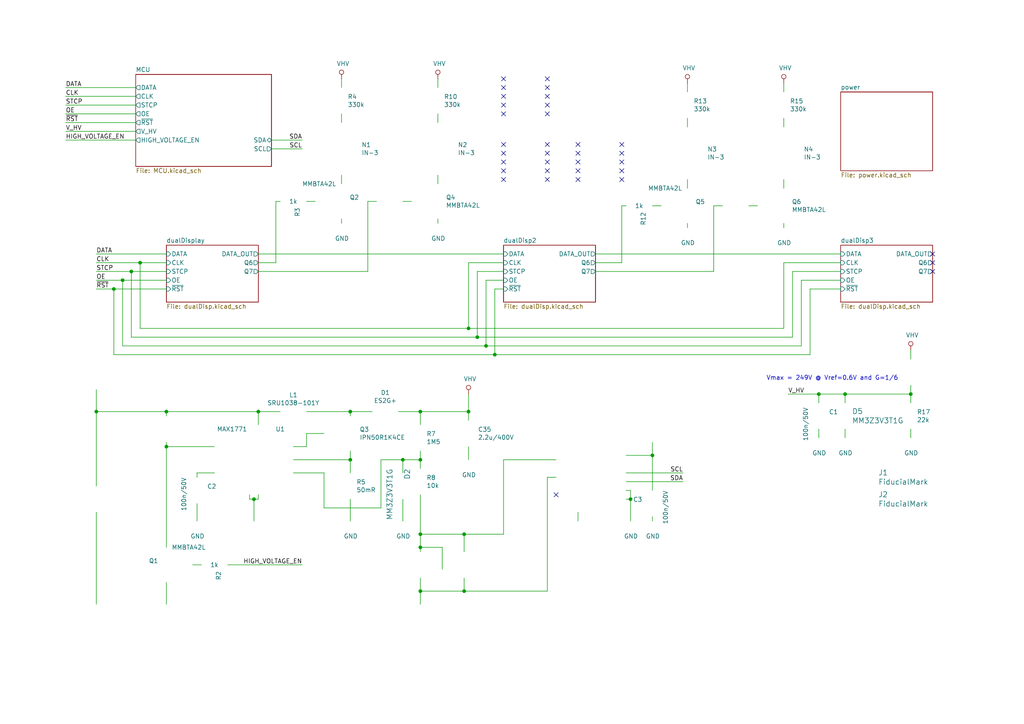
<source format=kicad_sch>
(kicad_sch (version 20210126) (generator eeschema)
  (paper "A4")
  (title_block (title "Noyce Joyce - Nixie Clock") (date "2020-08-21") (rev "100A") (company "Designed by Najtvis") (comment 4 "6x nixie tubes statically driven with adjustable anode voltage"))
  (lib_symbols
    (symbol "nixie_clock-rescue:VHV-power-nixie_clock-rescue" (power) (pin_names (offset 0))
      (property "Value" "VHV-power-nixie_clock-rescue" (at 0 3.81 0))
      (symbol "VHV-power-nixie_clock-rescue_0_1"
        (circle (center 0 1.905) (radius 0.635))
        (polyline (pts (xy 0 0) (xy 0 1.27)))
      )
      (symbol "VHV-power-nixie_clock-rescue_1_1"
        (pin power_in line (at 0 0 90) (length 0) hide (name "VHV") (number "1"))
      )
    )
  )
  (junction (at 27.94 119.38) (diameter 0.9144))
  (junction (at 33.02 83.82) (diameter 0.9144))
  (junction (at 35.56 81.28) (diameter 0.9144))
  (junction (at 38.1 78.74) (diameter 0.9144))
  (junction (at 40.64 76.2) (diameter 0.9144))
  (junction (at 48.26 119.38) (diameter 0.9144))
  (junction (at 48.26 129.54) (diameter 0.9144))
  (junction (at 73.66 144.78) (diameter 0.9144))
  (junction (at 74.93 119.38) (diameter 0.9144))
  (junction (at 101.6 119.38) (diameter 0.9144))
  (junction (at 101.6 133.35) (diameter 0.9144))
  (junction (at 116.84 133.35) (diameter 0.9144))
  (junction (at 121.92 119.38) (diameter 0.9144))
  (junction (at 121.92 133.35) (diameter 0.9144))
  (junction (at 121.92 154.94) (diameter 0.9144))
  (junction (at 121.92 158.75) (diameter 0.9144))
  (junction (at 121.92 171.45) (diameter 0.9144))
  (junction (at 134.62 154.94) (diameter 0.9144))
  (junction (at 134.62 171.45) (diameter 0.9144))
  (junction (at 135.89 95.25) (diameter 0.9144))
  (junction (at 135.89 119.38) (diameter 0.9144))
  (junction (at 138.43 97.79) (diameter 0.9144))
  (junction (at 140.97 100.33) (diameter 0.9144))
  (junction (at 143.51 102.87) (diameter 0.9144))
  (junction (at 182.88 144.78) (diameter 0.9144))
  (junction (at 189.23 132.08) (diameter 0.9144))
  (junction (at 237.49 114.3) (diameter 0.9144))
  (junction (at 245.11 114.3) (diameter 0.9144))
  (junction (at 264.16 114.3) (diameter 0.9144))
  (no_connect (at 146.05 22.86))
  (no_connect (at 146.05 25.4))
  (no_connect (at 146.05 27.94))
  (no_connect (at 146.05 30.48))
  (no_connect (at 146.05 33.02))
  (no_connect (at 146.05 41.91))
  (no_connect (at 146.05 44.45))
  (no_connect (at 146.05 46.99))
  (no_connect (at 146.05 49.53))
  (no_connect (at 146.05 52.07))
  (no_connect (at 158.75 22.86))
  (no_connect (at 158.75 25.4))
  (no_connect (at 158.75 27.94))
  (no_connect (at 158.75 30.48))
  (no_connect (at 158.75 33.02))
  (no_connect (at 158.75 41.91))
  (no_connect (at 158.75 44.45))
  (no_connect (at 158.75 46.99))
  (no_connect (at 158.75 49.53))
  (no_connect (at 158.75 52.07))
  (no_connect (at 161.29 143.51))
  (no_connect (at 167.64 41.91))
  (no_connect (at 167.64 44.45))
  (no_connect (at 167.64 46.99))
  (no_connect (at 167.64 49.53))
  (no_connect (at 167.64 52.07))
  (no_connect (at 180.34 41.91))
  (no_connect (at 180.34 44.45))
  (no_connect (at 180.34 46.99))
  (no_connect (at 180.34 49.53))
  (no_connect (at 180.34 52.07))
  (no_connect (at 270.51 73.66))
  (no_connect (at 270.51 76.2))
  (no_connect (at 270.51 78.74))
  (wire (pts (xy 19.05 25.4) (xy 39.37 25.4)))
  (wire (pts (xy 19.05 27.94) (xy 39.37 27.94)))
  (wire (pts (xy 19.05 30.48) (xy 39.37 30.48)))
  (wire (pts (xy 19.05 33.02) (xy 39.37 33.02)))
  (wire (pts (xy 19.05 35.56) (xy 39.37 35.56)))
  (wire (pts (xy 19.05 38.1) (xy 39.37 38.1)))
  (wire (pts (xy 19.05 40.64) (xy 39.37 40.64)))
  (wire (pts (xy 27.94 73.66) (xy 48.26 73.66)))
  (wire (pts (xy 27.94 76.2) (xy 40.64 76.2)))
  (wire (pts (xy 27.94 78.74) (xy 38.1 78.74)))
  (wire (pts (xy 27.94 81.28) (xy 35.56 81.28)))
  (wire (pts (xy 27.94 83.82) (xy 33.02 83.82)))
  (wire (pts (xy 27.94 119.38) (xy 27.94 113.03)))
  (wire (pts (xy 27.94 119.38) (xy 27.94 140.97)))
  (wire (pts (xy 27.94 148.59) (xy 27.94 175.26)))
  (wire (pts (xy 33.02 83.82) (xy 48.26 83.82)))
  (wire (pts (xy 33.02 102.87) (xy 33.02 83.82)))
  (wire (pts (xy 35.56 81.28) (xy 35.56 100.33)))
  (wire (pts (xy 35.56 81.28) (xy 48.26 81.28)))
  (wire (pts (xy 35.56 100.33) (xy 140.97 100.33)))
  (wire (pts (xy 38.1 78.74) (xy 48.26 78.74)))
  (wire (pts (xy 38.1 97.79) (xy 38.1 78.74)))
  (wire (pts (xy 40.64 76.2) (xy 40.64 95.25)))
  (wire (pts (xy 40.64 76.2) (xy 48.26 76.2)))
  (wire (pts (xy 40.64 95.25) (xy 135.89 95.25)))
  (wire (pts (xy 48.26 119.38) (xy 27.94 119.38)))
  (wire (pts (xy 48.26 120.65) (xy 48.26 119.38)))
  (wire (pts (xy 48.26 128.27) (xy 48.26 129.54)))
  (wire (pts (xy 48.26 129.54) (xy 48.26 158.75)))
  (wire (pts (xy 48.26 175.26) (xy 48.26 168.91)))
  (wire (pts (xy 55.88 163.83) (xy 58.42 163.83)))
  (wire (pts (xy 57.15 137.16) (xy 57.15 138.43)))
  (wire (pts (xy 57.15 146.05) (xy 57.15 151.13)))
  (wire (pts (xy 62.23 129.54) (xy 48.26 129.54)))
  (wire (pts (xy 62.23 137.16) (xy 57.15 137.16)))
  (wire (pts (xy 66.04 163.83) (xy 87.63 163.83)))
  (wire (pts (xy 72.39 143.51) (xy 72.39 144.78)))
  (wire (pts (xy 72.39 144.78) (xy 73.66 144.78)))
  (wire (pts (xy 73.66 144.78) (xy 73.66 151.13)))
  (wire (pts (xy 73.66 144.78) (xy 74.93 144.78)))
  (wire (pts (xy 74.93 73.66) (xy 146.05 73.66)))
  (wire (pts (xy 74.93 76.2) (xy 80.01 76.2)))
  (wire (pts (xy 74.93 78.74) (xy 106.68 78.74)))
  (wire (pts (xy 74.93 119.38) (xy 48.26 119.38)))
  (wire (pts (xy 74.93 119.38) (xy 74.93 123.19)))
  (wire (pts (xy 74.93 119.38) (xy 81.28 119.38)))
  (wire (pts (xy 74.93 144.78) (xy 74.93 143.51)))
  (wire (pts (xy 78.74 40.64) (xy 87.63 40.64)))
  (wire (pts (xy 80.01 58.42) (xy 81.28 58.42)))
  (wire (pts (xy 80.01 76.2) (xy 80.01 58.42)))
  (wire (pts (xy 85.09 129.54) (xy 88.9 129.54)))
  (wire (pts (xy 85.09 133.35) (xy 101.6 133.35)))
  (wire (pts (xy 85.09 137.16) (xy 93.98 137.16)))
  (wire (pts (xy 87.63 43.18) (xy 78.74 43.18)))
  (wire (pts (xy 88.9 119.38) (xy 101.6 119.38)))
  (wire (pts (xy 88.9 125.73) (xy 93.98 125.73)))
  (wire (pts (xy 88.9 129.54) (xy 88.9 125.73)))
  (wire (pts (xy 91.44 58.42) (xy 88.9 58.42)))
  (wire (pts (xy 93.98 137.16) (xy 93.98 147.32)))
  (wire (pts (xy 93.98 147.32) (xy 110.49 147.32)))
  (wire (pts (xy 99.06 25.4) (xy 99.06 22.86)))
  (wire (pts (xy 99.06 33.02) (xy 99.06 35.56)))
  (wire (pts (xy 99.06 53.34) (xy 99.06 50.8)))
  (wire (pts (xy 99.06 64.77) (xy 99.06 63.5)))
  (wire (pts (xy 101.6 119.38) (xy 101.6 120.65)))
  (wire (pts (xy 101.6 119.38) (xy 107.95 119.38)))
  (wire (pts (xy 101.6 133.35) (xy 101.6 130.81)))
  (wire (pts (xy 101.6 133.35) (xy 101.6 137.16)))
  (wire (pts (xy 101.6 151.13) (xy 101.6 144.78)))
  (wire (pts (xy 106.68 58.42) (xy 109.22 58.42)))
  (wire (pts (xy 106.68 78.74) (xy 106.68 58.42)))
  (wire (pts (xy 110.49 133.35) (xy 116.84 133.35)))
  (wire (pts (xy 110.49 147.32) (xy 110.49 133.35)))
  (wire (pts (xy 115.57 119.38) (xy 121.92 119.38)))
  (wire (pts (xy 116.84 133.35) (xy 121.92 133.35)))
  (wire (pts (xy 116.84 137.16) (xy 116.84 133.35)))
  (wire (pts (xy 116.84 144.78) (xy 116.84 151.13)))
  (wire (pts (xy 119.38 58.42) (xy 116.84 58.42)))
  (wire (pts (xy 121.92 119.38) (xy 135.89 119.38)))
  (wire (pts (xy 121.92 123.19) (xy 121.92 119.38)))
  (wire (pts (xy 121.92 133.35) (xy 121.92 130.81)))
  (wire (pts (xy 121.92 135.89) (xy 121.92 133.35)))
  (wire (pts (xy 121.92 143.51) (xy 121.92 154.94)))
  (wire (pts (xy 121.92 154.94) (xy 121.92 158.75)))
  (wire (pts (xy 121.92 154.94) (xy 134.62 154.94)))
  (wire (pts (xy 121.92 158.75) (xy 121.92 160.02)))
  (wire (pts (xy 121.92 167.64) (xy 121.92 171.45)))
  (wire (pts (xy 121.92 171.45) (xy 121.92 175.26)))
  (wire (pts (xy 121.92 171.45) (xy 134.62 171.45)))
  (wire (pts (xy 127 25.4) (xy 127 22.86)))
  (wire (pts (xy 127 33.02) (xy 127 35.56)))
  (wire (pts (xy 127 53.34) (xy 127 50.8)))
  (wire (pts (xy 127 64.77) (xy 127 63.5)))
  (wire (pts (xy 128.27 158.75) (xy 121.92 158.75)))
  (wire (pts (xy 128.27 165.1) (xy 128.27 158.75)))
  (wire (pts (xy 134.62 154.94) (xy 134.62 160.02)))
  (wire (pts (xy 134.62 171.45) (xy 134.62 167.64)))
  (wire (pts (xy 135.89 76.2) (xy 135.89 95.25)))
  (wire (pts (xy 135.89 95.25) (xy 227.33 95.25)))
  (wire (pts (xy 135.89 114.3) (xy 135.89 119.38)))
  (wire (pts (xy 135.89 119.38) (xy 135.89 121.92)))
  (wire (pts (xy 135.89 129.54) (xy 135.89 133.35)))
  (wire (pts (xy 138.43 78.74) (xy 138.43 97.79)))
  (wire (pts (xy 138.43 97.79) (xy 38.1 97.79)))
  (wire (pts (xy 140.97 81.28) (xy 140.97 100.33)))
  (wire (pts (xy 140.97 100.33) (xy 232.41 100.33)))
  (wire (pts (xy 143.51 83.82) (xy 143.51 102.87)))
  (wire (pts (xy 143.51 102.87) (xy 33.02 102.87)))
  (wire (pts (xy 146.05 76.2) (xy 135.89 76.2)))
  (wire (pts (xy 146.05 78.74) (xy 138.43 78.74)))
  (wire (pts (xy 146.05 81.28) (xy 140.97 81.28)))
  (wire (pts (xy 146.05 83.82) (xy 143.51 83.82)))
  (wire (pts (xy 146.05 133.35) (xy 146.05 154.94)))
  (wire (pts (xy 146.05 154.94) (xy 134.62 154.94)))
  (wire (pts (xy 158.75 138.43) (xy 158.75 171.45)))
  (wire (pts (xy 158.75 138.43) (xy 161.29 138.43)))
  (wire (pts (xy 158.75 171.45) (xy 134.62 171.45)))
  (wire (pts (xy 161.29 133.35) (xy 146.05 133.35)))
  (wire (pts (xy 167.64 148.59) (xy 167.64 151.13)))
  (wire (pts (xy 172.72 73.66) (xy 243.84 73.66)))
  (wire (pts (xy 172.72 76.2) (xy 180.34 76.2)))
  (wire (pts (xy 180.34 59.69) (xy 181.61 59.69)))
  (wire (pts (xy 180.34 76.2) (xy 180.34 59.69)))
  (wire (pts (xy 181.61 132.08) (xy 189.23 132.08)))
  (wire (pts (xy 181.61 137.16) (xy 198.12 137.16)))
  (wire (pts (xy 181.61 142.24) (xy 182.88 142.24)))
  (wire (pts (xy 181.61 144.78) (xy 182.88 144.78)))
  (wire (pts (xy 182.88 142.24) (xy 182.88 144.78)))
  (wire (pts (xy 182.88 144.78) (xy 182.88 151.13)))
  (wire (pts (xy 189.23 132.08) (xy 189.23 128.27)))
  (wire (pts (xy 189.23 132.08) (xy 189.23 142.24)))
  (wire (pts (xy 189.23 149.86) (xy 189.23 151.13)))
  (wire (pts (xy 191.77 59.69) (xy 189.23 59.69)))
  (wire (pts (xy 198.12 139.7) (xy 181.61 139.7)))
  (wire (pts (xy 199.39 26.67) (xy 199.39 24.13)))
  (wire (pts (xy 199.39 34.29) (xy 199.39 36.83)))
  (wire (pts (xy 199.39 54.61) (xy 199.39 52.07)))
  (wire (pts (xy 199.39 66.04) (xy 199.39 64.77)))
  (wire (pts (xy 207.01 59.69) (xy 209.55 59.69)))
  (wire (pts (xy 207.01 78.74) (xy 172.72 78.74)))
  (wire (pts (xy 207.01 78.74) (xy 207.01 59.69)))
  (wire (pts (xy 219.71 59.69) (xy 217.17 59.69)))
  (wire (pts (xy 227.33 26.67) (xy 227.33 24.13)))
  (wire (pts (xy 227.33 34.29) (xy 227.33 36.83)))
  (wire (pts (xy 227.33 54.61) (xy 227.33 52.07)))
  (wire (pts (xy 227.33 66.04) (xy 227.33 64.77)))
  (wire (pts (xy 227.33 76.2) (xy 243.84 76.2)))
  (wire (pts (xy 227.33 95.25) (xy 227.33 76.2)))
  (wire (pts (xy 229.87 78.74) (xy 229.87 97.79)))
  (wire (pts (xy 229.87 97.79) (xy 138.43 97.79)))
  (wire (pts (xy 232.41 81.28) (xy 243.84 81.28)))
  (wire (pts (xy 232.41 100.33) (xy 232.41 81.28)))
  (wire (pts (xy 234.95 83.82) (xy 234.95 102.87)))
  (wire (pts (xy 234.95 102.87) (xy 143.51 102.87)))
  (wire (pts (xy 237.49 114.3) (xy 228.6 114.3)))
  (wire (pts (xy 237.49 114.3) (xy 237.49 116.84)))
  (wire (pts (xy 237.49 127) (xy 237.49 124.46)))
  (wire (pts (xy 243.84 78.74) (xy 229.87 78.74)))
  (wire (pts (xy 243.84 83.82) (xy 234.95 83.82)))
  (wire (pts (xy 245.11 114.3) (xy 237.49 114.3)))
  (wire (pts (xy 245.11 116.84) (xy 245.11 114.3)))
  (wire (pts (xy 245.11 124.46) (xy 245.11 127)))
  (wire (pts (xy 264.16 104.14) (xy 264.16 101.6)))
  (wire (pts (xy 264.16 114.3) (xy 245.11 114.3)))
  (wire (pts (xy 264.16 114.3) (xy 264.16 111.76)))
  (wire (pts (xy 264.16 116.84) (xy 264.16 114.3)))
  (wire (pts (xy 264.16 127) (xy 264.16 124.46)))
  (text "Vmax = 249V @ Vref=0.6V and G=1/6" (at 222.25 110.49 0) (effects (font (size 1.27 1.27)) (justify left bottom)))
  (label "DATA" (at 19.05 25.4 0))
  (label "CLK" (at 19.05 27.94 0))
  (label "STCP" (at 19.05 30.48 0))
  (label "OE" (at 19.05 33.02 0))
  (label "~RST" (at 19.05 35.56 0))
  (label "V_HV" (at 19.05 38.1 0))
  (label "HIGH_VOLTAGE_EN" (at 19.05 40.64 0))
  (label "DATA" (at 27.94 73.66 0))
  (label "CLK" (at 27.94 76.2 0))
  (label "STCP" (at 27.94 78.74 0))
  (label "OE" (at 27.94 81.28 0))
  (label "~RST" (at 27.94 83.82 0))
  (label "SDA" (at 87.63 40.64 180))
  (label "SCL" (at 87.63 43.18 180))
  (label "HIGH_VOLTAGE_EN" (at 87.63 163.83 180))
  (label "SCL" (at 198.12 137.16 180))
  (label "SDA" (at 198.12 139.7 180))
  (label "V_HV" (at 228.6 114.3 0))
  (symbol (lib_id "nixie_clock-rescue:VHV-power-nixie_clock-rescue") (at 99.06 22.86 0) (unit 1)
    (property "Reference" "#PWR0115" (effects hide))
    (property "Value" "VHV" (at 99.4918 18.4658 0))
  )
  (symbol (lib_id "nixie_clock-rescue:VHV-power-nixie_clock-rescue") (at 127 22.86 0) (unit 1)
    (property "Reference" "#PWR0116" (effects hide))
    (property "Value" "VHV" (at 127.4318 18.4658 0))
  )
  (symbol (lib_id "nixie_clock-rescue:VHV-power-nixie_clock-rescue") (at 135.89 114.3 0) (unit 1)
    (property "Reference" "#PWR0114" (effects hide))
    (property "Value" "VHV" (at 136.3218 109.9058 0))
  )
  (symbol (lib_id "nixie_clock-rescue:VHV-power-nixie_clock-rescue") (at 199.39 24.13 0) (unit 1)
    (property "Reference" "#PWR0117" (effects hide))
    (property "Value" "VHV" (at 199.8218 19.7358 0))
  )
  (symbol (lib_id "nixie_clock-rescue:VHV-power-nixie_clock-rescue") (at 227.33 24.13 0) (unit 1)
    (property "Reference" "#PWR0118" (effects hide))
    (property "Value" "VHV" (at 227.7618 19.7358 0))
  )
  (symbol (lib_id "nixie_clock-rescue:VHV-power-nixie_clock-rescue") (at 264.16 101.6 0) (unit 1)
    (property "Reference" "#PWR0119" (effects hide))
    (property "Value" "VHV" (at 264.5918 97.2058 0))
  )
  (symbol (lib_id "nixie_clock-rescue:+12V-power") (at 27.94 113.03 0) (unit 1)
    (property "Reference" "#PWR0103" (effects hide))
    (property "Value" "+12V" (at 28.321 108.6358 0))
  )
  (symbol (lib_id "nixie_clock-rescue:C_pol-passive") (at 27.94 144.78 0) (mirror y) (unit 1)
    (property "Reference" "C34" (at 34.29 144.78 0) (effects (justify left)))
    (property "Value" "100u/16V" (at 38.1 147.32 0) (effects (justify left)))
    (property "Footprint" "Capacitor_THT:CP_Radial_D6.3mm_P2.50mm" (effects hide))
    (property "V1" "1" (effects hide))
    (property "V2" "1" (effects hide))
    (property "V3" "1" (effects hide))
    (property "V4" "1" (effects hide))
    (property "V5" "1" (effects hide))
    (property "PN" "MCRH16V107M6.3X11" (effects hide))
  )
  (symbol (lib_id "nixie_clock-rescue:GND-power") (at 27.94 175.26 0) (unit 1)
    (property "Reference" "#PWR02" (effects hide))
    (property "Value" "GND" (at 28.067 179.6542 0))
  )
  (symbol (lib_id "nixie_clock-rescue:R-passive") (at 48.26 124.46 0) (unit 1)
    (property "Reference" "R1" (at 50.038 123.2916 0) (effects (justify left)))
    (property "Value" "1M5" (at 50.038 125.603 0) (effects (justify left)))
    (property "Footprint" "passive:R_1206" (effects hide))
    (property "V1" "1" (effects hide))
    (property "V2" "1" (effects hide))
    (property "V3" "1" (effects hide))
    (property "V4" "1" (effects hide))
    (property "V5" "1" (effects hide))
    (property "PN" "RC1206FR-071M5L" (effects hide))
  )
  (symbol (lib_id "nixie_clock-rescue:GND-power") (at 48.26 175.26 0) (unit 1)
    (property "Reference" "#PWR03" (effects hide))
    (property "Value" "GND" (at 48.387 179.6542 0))
  )
  (symbol (lib_id "nixie_clock-rescue:MMBTA42L-transistors") (at 50.8 163.83 0) (mirror y) (unit 1)
    (property "Reference" "Q1" (at 45.9232 162.6616 0) (effects (justify left)))
    (property "Value" "MMBTA42L" (at 59.69 158.75 0) (effects (justify left)))
    (property "Footprint" "TO_SOT_Packages_SMD:SOT-23" (effects hide))
    (property "V1" "1" (effects hide))
    (property "V2" "1" (effects hide))
    (property "V3" "1" (effects hide))
    (property "V4" "1" (effects hide))
    (property "V5" "1" (effects hide))
    (property "PN" "MMBTA42LT1G" (effects hide))
  )
  (symbol (lib_id "nixie_clock-rescue:100n_50V-passive") (at 57.15 142.24 0) (mirror y) (unit 1)
    (property "Reference" "C2" (at 60.071 141.0716 0) (effects (justify right)))
    (property "Value" "100n/50V" (at 53.34 138.43 90) (effects (justify right)))
    (property "Footprint" "passive:C_0603" (effects hide))
    (property "V1" "1" (effects hide))
    (property "V2" "1" (effects hide))
    (property "V3" "1" (effects hide))
    (property "V4" "1" (effects hide))
    (property "V5" "1" (effects hide))
    (property "PN" "CL10B104KB8NNNC" (effects hide))
  )
  (symbol (lib_id "nixie_clock-rescue:GND-power") (at 57.15 151.13 0) (unit 1)
    (property "Reference" "#PWR04" (effects hide))
    (property "Value" "GND" (at 57.277 155.5242 0))
  )
  (symbol (lib_id "nixie_clock-rescue:R-passive") (at 62.23 163.83 270) (unit 1)
    (property "Reference" "R2" (at 63.3984 165.608 0) (effects (justify left)))
    (property "Value" "1k" (at 60.96 163.83 90) (effects (justify left)))
    (property "Footprint" "passive:R_0603" (effects hide))
    (property "V1" "1" (effects hide))
    (property "V2" "1" (effects hide))
    (property "V3" "1" (effects hide))
    (property "V4" "1" (effects hide))
    (property "V5" "1" (effects hide))
    (property "PN" "RC0603FR-071KL" (effects hide))
  )
  (symbol (lib_id "nixie_clock-rescue:GND-power") (at 73.66 151.13 0) (unit 1)
    (property "Reference" "#PWR05" (effects hide))
    (property "Value" "GND" (at 73.787 155.5242 0))
  )
  (symbol (lib_id "nixie_clock-rescue:MAX1771-IC") (at 74.93 133.35 0) (unit 1)
    (property "Reference" "U1" (at 81.28 124.46 0))
    (property "Value" "MAX1771" (at 67.31 124.46 0))
    (property "Footprint" "Housings_SOIC:SOIC-8_3.9x4.9mm_Pitch1.27mm" (effects hide))
    (property "V1" "1" (effects hide))
    (property "V2" "1" (effects hide))
    (property "V3" "1" (effects hide))
    (property "V4" "1" (effects hide))
    (property "V5" "1" (effects hide))
    (property "PN" "MAX1771ESA+T" (effects hide))
  )
  (symbol (lib_id "nixie_clock-rescue:R-passive") (at 85.09 58.42 270) (unit 1)
    (property "Reference" "R3" (at 86.2584 60.198 0) (effects (justify left)))
    (property "Value" "1k" (at 83.82 58.42 90) (effects (justify left)))
    (property "Footprint" "passive:R_0603" (effects hide))
    (property "V1" "1" (effects hide))
    (property "V2" "1" (effects hide))
    (property "V3" "1" (effects hide))
    (property "V4" "1" (effects hide))
    (property "V5" "1" (effects hide))
    (property "PN" "RC0603FR-071KL" (effects hide))
  )
  (symbol (lib_id "nixie_clock-rescue:L-passive") (at 85.09 119.38 90) (unit 1)
    (property "Reference" "L1" (at 85.09 114.554 90))
    (property "Value" "SRU1038-101Y" (at 85.09 116.8654 90))
    (property "Footprint" "Inductor_SMD:L_Bourns_SRU1038" (effects hide))
    (property "V1" "1" (effects hide))
    (property "V2" "1" (effects hide))
    (property "V3" "1" (effects hide))
    (property "V4" "1" (effects hide))
    (property "V5" "1" (effects hide))
    (property "PN" "SRU1038-101Y" (effects hide))
  )
  (symbol (lib_id "nixie_clock-rescue:MMBTA42L-transistors") (at 96.52 58.42 0) (unit 1)
    (property "Reference" "Q2" (at 101.3968 57.2516 0) (effects (justify left)))
    (property "Value" "MMBTA42L" (at 87.63 53.34 0) (effects (justify left)))
    (property "Footprint" "TO_SOT_Packages_SMD:SOT-23" (effects hide))
    (property "V1" "1" (effects hide))
    (property "V2" "1" (effects hide))
    (property "V3" "1" (effects hide))
    (property "V4" "1" (effects hide))
    (property "V5" "1" (effects hide))
    (property "PN" "MMBTA42LT1G" (effects hide))
  )
  (symbol (lib_id "nixie_clock-rescue:R-passive") (at 99.06 29.21 0) (unit 1)
    (property "Reference" "R4" (at 100.838 28.0416 0) (effects (justify left)))
    (property "Value" "330k" (at 100.838 30.353 0) (effects (justify left)))
    (property "Footprint" "passive:R_1206" (effects hide))
    (property "V1" "1" (effects hide))
    (property "V2" "1" (effects hide))
    (property "V3" "1" (effects hide))
    (property "V4" "1" (effects hide))
    (property "V5" "1" (effects hide))
    (property "PN" "CRCW1206330KFKEA" (effects hide))
  )
  (symbol (lib_id "nixie_clock-rescue:GND-power") (at 99.06 64.77 0) (unit 1)
    (property "Reference" "#PWR07" (effects hide))
    (property "Value" "GND" (at 99.187 69.1642 0))
  )
  (symbol (lib_id "nixie_clock-rescue:IPN50R1K4CE-transistors") (at 99.06 125.73 0) (unit 1)
    (property "Reference" "Q3" (at 104.2924 124.5616 0) (effects (justify left)))
    (property "Value" "IPN50R1K4CE" (at 104.2924 126.873 0) (effects (justify left)))
    (property "Footprint" "TO_SOT_Packages_SMD:SOT-223-3Lead_TabPin2" (effects hide))
    (property "V1" "1" (effects hide))
    (property "V2" "1" (effects hide))
    (property "V3" "1" (effects hide))
    (property "V4" "1" (effects hide))
    (property "V5" "1" (effects hide))
    (property "PN" "IPN50R1K4CE" (effects hide))
  )
  (symbol (lib_id "nixie_clock-rescue:IN-3-russian-nixies") (at 101.6 38.1 270) (unit 1)
    (property "Reference" "N1" (at 104.8512 42.0116 90) (effects (justify left)))
    (property "Value" "IN-3" (at 104.8512 44.323 90) (effects (justify left)))
    (property "Footprint" "Nixie_Tube:russian-nixies-IN-6" (effects hide))
  )
  (symbol (lib_id "nixie_clock-rescue:R-passive") (at 101.6 140.97 0) (unit 1)
    (property "Reference" "R5" (at 103.378 139.8016 0) (effects (justify left)))
    (property "Value" "50mR" (at 103.378 142.113 0) (effects (justify left)))
    (property "Footprint" "passive:R_0805" (effects hide))
    (property "V1" "1" (effects hide))
    (property "V2" "1" (effects hide))
    (property "V3" "1" (effects hide))
    (property "V4" "1" (effects hide))
    (property "V5" "1" (effects hide))
    (property "PN" "RL0805FR-070R05L" (effects hide))
  )
  (symbol (lib_id "nixie_clock-rescue:GND-power") (at 101.6 151.13 0) (unit 1)
    (property "Reference" "#PWR08" (effects hide))
    (property "Value" "GND" (at 101.727 155.5242 0))
  )
  (symbol (lib_id "nixie_clock-rescue:ES2G-d") (at 111.76 119.38 180) (unit 1)
    (property "Reference" "D1" (at 111.76 113.8936 0))
    (property "Value" "ES2G+" (at 111.76 116.205 0))
    (property "Footprint" "Diodes_SMD:D_SMB_Standard" (effects hide))
    (property "V1" "1" (effects hide))
    (property "V2" "1" (effects hide))
    (property "V3" "1" (effects hide))
    (property "V4" "1" (effects hide))
    (property "V5" "1" (effects hide))
    (property "PN" "ES2G+" (effects hide))
  )
  (symbol (lib_id "nixie_clock-rescue:R-passive") (at 113.03 58.42 270) (unit 1)
    (property "Reference" "R6" (at 114.1984 60.198 0) (effects (justify left)))
    (property "Value" "1k" (at 111.76 58.42 90) (effects (justify left)))
    (property "Footprint" "passive:R_0603" (effects hide))
    (property "V1" "1" (effects hide))
    (property "V2" "1" (effects hide))
    (property "V3" "1" (effects hide))
    (property "V4" "1" (effects hide))
    (property "V5" "1" (effects hide))
    (property "PN" "RC0603FR-071KL" (effects hide))
  )
  (symbol (lib_id "nixie_clock-rescue:MM3Z3V3T1G-d") (at 116.84 140.97 270) (unit 1)
    (property "Reference" "D2" (at 118.11 135.89 0) (effects (font (size 1.524 1.524)) (justify left)))
    (property "Value" "MM3Z3V3T1G" (at 113.03 135.89 0) (effects (font (size 1.524 1.524)) (justify left)))
    (property "Footprint" "Diodes_SMD:D_SOD-323" (effects hide))
    (property "V1" "0" (effects hide))
    (property "V2" "1" (effects hide))
    (property "V3" "1" (effects hide))
    (property "V4" "1" (effects hide))
    (property "V5" "1" (effects hide))
    (property "PN" "MM3Z3V3T1G" (effects hide))
  )
  (symbol (lib_id "nixie_clock-rescue:GND-power") (at 116.84 151.13 0) (unit 1)
    (property "Reference" "#PWR09" (effects hide))
    (property "Value" "GND" (at 116.967 155.5242 0))
  )
  (symbol (lib_id "nixie_clock-rescue:R-passive") (at 121.92 127 0) (unit 1)
    (property "Reference" "R7" (at 123.698 125.8316 0) (effects (justify left)))
    (property "Value" "1M5" (at 123.698 128.143 0) (effects (justify left)))
    (property "Footprint" "passive:R_1206" (effects hide))
    (property "V1" "1" (effects hide))
    (property "V2" "1" (effects hide))
    (property "V3" "1" (effects hide))
    (property "V4" "1" (effects hide))
    (property "V5" "1" (effects hide))
    (property "PN" "RC1206FR-071M5L" (effects hide))
  )
  (symbol (lib_id "nixie_clock-rescue:R-passive") (at 121.92 139.7 0) (unit 1)
    (property "Reference" "R8" (at 123.698 138.5316 0) (effects (justify left)))
    (property "Value" "10k" (at 123.698 140.843 0) (effects (justify left)))
    (property "Footprint" "passive:R_0603" (effects hide))
    (property "V1" "1" (effects hide))
    (property "V2" "1" (effects hide))
    (property "V3" "1" (effects hide))
    (property "V4" "1" (effects hide))
    (property "V5" "1" (effects hide))
    (property "PN" "RC0805FR-0710KL" (effects hide))
  )
  (symbol (lib_id "nixie_clock-rescue:R_pot-passive") (at 121.92 163.83 0) (unit 1)
    (property "Reference" "R9" (at 118.6688 162.6616 0) (effects (justify right)))
    (property "Value" "10k" (at 118.6688 164.973 0) (effects (justify right)))
    (property "Footprint" "Potentiometer_SMD:Potentiometer_Bourns_TC33X_Vertical" (effects hide))
    (property "V1" "0" (effects hide))
    (property "V2" "1" (effects hide))
    (property "V3" "1" (effects hide))
    (property "V4" "1" (effects hide))
    (property "V5" "1" (effects hide))
    (property "PN" "TC33X-2-103E" (effects hide))
  )
  (symbol (lib_id "nixie_clock-rescue:GND-power") (at 121.92 175.26 0) (unit 1)
    (property "Reference" "#PWR010" (effects hide))
    (property "Value" "GND" (at 122.047 179.6542 0))
  )
  (symbol (lib_id "nixie_clock-rescue:MMBTA42L-transistors") (at 124.46 58.42 0) (unit 1)
    (property "Reference" "Q4" (at 129.3368 57.2516 0) (effects (justify left)))
    (property "Value" "MMBTA42L" (at 129.3368 59.563 0) (effects (justify left)))
    (property "Footprint" "TO_SOT_Packages_SMD:SOT-23" (effects hide))
    (property "V1" "1" (effects hide))
    (property "V2" "1" (effects hide))
    (property "V3" "1" (effects hide))
    (property "V4" "1" (effects hide))
    (property "V5" "1" (effects hide))
    (property "PN" "MMBTA42LT1G" (effects hide))
  )
  (symbol (lib_id "nixie_clock-rescue:R-passive") (at 127 29.21 0) (unit 1)
    (property "Reference" "R10" (at 128.778 28.0416 0) (effects (justify left)))
    (property "Value" "330k" (at 128.778 30.353 0) (effects (justify left)))
    (property "Footprint" "passive:R_1206" (effects hide))
    (property "V1" "1" (effects hide))
    (property "V2" "1" (effects hide))
    (property "V3" "1" (effects hide))
    (property "V4" "1" (effects hide))
    (property "V5" "1" (effects hide))
    (property "PN" "CRCW1206330KFKEA" (effects hide))
  )
  (symbol (lib_id "nixie_clock-rescue:GND-power") (at 127 64.77 0) (unit 1)
    (property "Reference" "#PWR012" (effects hide))
    (property "Value" "GND" (at 127.127 69.1642 0))
  )
  (symbol (lib_id "nixie_clock-rescue:IN-3-russian-nixies") (at 129.54 38.1 270) (unit 1)
    (property "Reference" "N2" (at 132.7912 42.0116 90) (effects (justify left)))
    (property "Value" "IN-3" (at 132.7912 44.323 90) (effects (justify left)))
    (property "Footprint" "Nixie_Tube:russian-nixies-IN-6" (effects hide))
  )
  (symbol (lib_id "nixie_clock-rescue:R-passive") (at 134.62 163.83 0) (unit 1)
    (property "Reference" "R11" (at 136.398 162.6616 0) (effects (justify left)))
    (property "Value" "2k2" (at 136.398 164.973 0) (effects (justify left)))
    (property "Footprint" "passive:R_0603" (effects hide))
    (property "V1" "1" (effects hide))
    (property "V2" "1" (effects hide))
    (property "V3" "1" (effects hide))
    (property "V4" "1" (effects hide))
    (property "V5" "1" (effects hide))
    (property "PN" "RC0603FR-070RL" (effects hide))
  )
  (symbol (lib_id "nixie_clock-rescue:C_pol-passive") (at 135.89 125.73 0) (unit 1)
    (property "Reference" "C35" (at 138.6332 124.5616 0) (effects (justify left)))
    (property "Value" "2.2u/400V" (at 138.6332 126.873 0) (effects (justify left)))
    (property "Footprint" "Capacitor_THT:CP_Radial_D8.0mm_P3.50mm" (effects hide))
    (property "V1" "1" (effects hide))
    (property "V2" "1" (effects hide))
    (property "V3" "1" (effects hide))
    (property "V4" "1" (effects hide))
    (property "V5" "1" (effects hide))
    (property "PN" "MCKSK400M2R2F12S" (effects hide))
  )
  (symbol (lib_id "nixie_clock-rescue:GND-power") (at 135.89 133.35 0) (unit 1)
    (property "Reference" "#PWR018" (effects hide))
    (property "Value" "GND" (at 136.017 137.7442 0))
  )
  (symbol (lib_id "nixie_clock-rescue:CONN_02X05-connectors") (at 152.4 27.94 0) (unit 1)
    (property "Reference" "J10" (at 152.4 17.399 0))
    (property "Value" "CONN_02X05" (at 152.4 19.7104 0))
    (property "Footprint" "Connector_PinSocket_2.54mm:PinSocket_2x05_P2.54mm_Horizontal" (effects hide))
    (property "V1" "1" (effects hide))
    (property "V2" "1" (effects hide))
    (property "V3" "1" (effects hide))
    (property "V4" "1" (effects hide))
    (property "V5" "1" (effects hide))
    (property "PN" "DS1024-2*5R0" (effects hide))
  )
  (symbol (lib_id "nixie_clock-rescue:CONN_02X05-connectors") (at 152.4 46.99 0) (unit 1)
    (property "Reference" "J11" (at 152.4 36.449 0))
    (property "Value" "CONN_02X05" (at 152.4 38.7604 0))
    (property "Footprint" "Connector_PinSocket_2.54mm:PinSocket_2x05_P2.54mm_Horizontal" (effects hide))
    (property "V1" "1" (effects hide))
    (property "V2" "1" (effects hide))
    (property "V3" "1" (effects hide))
    (property "V4" "1" (effects hide))
    (property "V5" "1" (effects hide))
    (property "PN" "DS1024-2*5R0" (effects hide))
  )
  (symbol (lib_id "nixie_clock-rescue:GND-power") (at 167.64 151.13 0) (unit 1)
    (property "Reference" "#PWR013" (effects hide))
    (property "Value" "GND" (at 167.767 155.5242 0))
  )
  (symbol (lib_id "nixie_clock-rescue:MCP4561-IC") (at 171.45 138.43 0) (mirror y) (unit 1)
    (property "Reference" "U2" (at 171.45 126.365 0))
    (property "Value" "MCP4561" (at 171.45 128.6764 0))
    (property "Footprint" "Housings_SSOP:MSOP-8-1EP_3x3mm_Pitch0.65mm" (effects hide))
    (property "V1" "0" (effects hide))
    (property "V2" "1" (effects hide))
    (property "V3" "1" (effects hide))
    (property "V4" "1" (effects hide))
    (property "V5" "1" (effects hide))
    (property "PN" "MCP4561-503E/MS" (effects hide))
  )
  (symbol (lib_id "nixie_clock-rescue:CONN_02X05-connectors") (at 173.99 46.99 0) (unit 1)
    (property "Reference" "J13" (at 173.99 36.449 0))
    (property "Value" "CONN_02X05" (at 173.99 38.7604 0))
    (property "Footprint" "Connector_PinSocket_2.54mm:PinSocket_2x05_P2.54mm_Horizontal" (effects hide))
    (property "V1" "1" (effects hide))
    (property "V2" "1" (effects hide))
    (property "V3" "1" (effects hide))
    (property "V4" "1" (effects hide))
    (property "V5" "1" (effects hide))
    (property "PN" "DS1024-2*5R0" (effects hide))
  )
  (symbol (lib_id "nixie_clock-rescue:GND-power") (at 182.88 151.13 0) (unit 1)
    (property "Reference" "#PWR014" (effects hide))
    (property "Value" "GND" (at 183.007 155.5242 0))
  )
  (symbol (lib_id "nixie_clock-rescue:R-passive") (at 185.42 59.69 270) (unit 1)
    (property "Reference" "R12" (at 186.5884 61.468 0) (effects (justify left)))
    (property "Value" "1k" (at 184.15 59.69 90) (effects (justify left)))
    (property "Footprint" "passive:R_0603" (effects hide))
    (property "V1" "1" (effects hide))
    (property "V2" "1" (effects hide))
    (property "V3" "1" (effects hide))
    (property "V4" "1" (effects hide))
    (property "V5" "1" (effects hide))
    (property "PN" "RC0603FR-071KL" (effects hide))
  )
  (symbol (lib_id "nixie_clock-rescue:+3V-power") (at 189.23 128.27 0) (unit 1)
    (property "Reference" "#PWR015" (effects hide))
    (property "Value" "+3V" (at 189.6618 123.8758 0))
  )
  (symbol (lib_id "nixie_clock-rescue:100n_50V-passive") (at 189.23 146.05 0) (unit 1)
    (property "Reference" "C3" (at 186.309 144.8816 0) (effects (justify right)))
    (property "Value" "100n/50V" (at 193.04 142.24 90) (effects (justify right)))
    (property "Footprint" "passive:C_0603" (effects hide))
    (property "V1" "0" (effects hide))
    (property "V2" "1" (effects hide))
    (property "V3" "1" (effects hide))
    (property "V4" "1" (effects hide))
    (property "V5" "1" (effects hide))
    (property "PN" "CL10B104KB8NNNC" (effects hide))
  )
  (symbol (lib_id "nixie_clock-rescue:GND-power") (at 189.23 151.13 0) (unit 1)
    (property "Reference" "#PWR016" (effects hide))
    (property "Value" "GND" (at 189.357 155.5242 0))
  )
  (symbol (lib_id "nixie_clock-rescue:MMBTA42L-transistors") (at 196.85 59.69 0) (unit 1)
    (property "Reference" "Q5" (at 201.7268 58.5216 0) (effects (justify left)))
    (property "Value" "MMBTA42L" (at 187.96 54.61 0) (effects (justify left)))
    (property "Footprint" "TO_SOT_Packages_SMD:SOT-23" (effects hide))
    (property "V1" "1" (effects hide))
    (property "V2" "1" (effects hide))
    (property "V3" "1" (effects hide))
    (property "V4" "1" (effects hide))
    (property "V5" "1" (effects hide))
    (property "PN" "MMBTA42LT1G" (effects hide))
  )
  (symbol (lib_id "nixie_clock-rescue:R-passive") (at 199.39 30.48 0) (unit 1)
    (property "Reference" "R13" (at 201.168 29.3116 0) (effects (justify left)))
    (property "Value" "330k" (at 201.168 31.623 0) (effects (justify left)))
    (property "Footprint" "passive:R_1206" (effects hide))
    (property "V1" "1" (effects hide))
    (property "V2" "1" (effects hide))
    (property "V3" "1" (effects hide))
    (property "V4" "1" (effects hide))
    (property "V5" "1" (effects hide))
    (property "PN" "CRCW1206330KFKEA" (effects hide))
  )
  (symbol (lib_id "nixie_clock-rescue:GND-power") (at 199.39 66.04 0) (unit 1)
    (property "Reference" "#PWR020" (effects hide))
    (property "Value" "GND" (at 199.517 70.4342 0))
  )
  (symbol (lib_id "nixie_clock-rescue:IN-3-russian-nixies") (at 201.93 39.37 270) (unit 1)
    (property "Reference" "N3" (at 205.1812 43.2816 90) (effects (justify left)))
    (property "Value" "IN-3" (at 205.1812 45.593 90) (effects (justify left)))
    (property "Footprint" "Nixie_Tube:russian-nixies-IN-6" (effects hide))
  )
  (symbol (lib_id "nixie_clock-rescue:R-passive") (at 213.36 59.69 270) (unit 1)
    (property "Reference" "R14" (at 214.5284 61.468 0) (effects (justify left)))
    (property "Value" "1k" (at 212.09 59.69 90) (effects (justify left)))
    (property "Footprint" "passive:R_0603" (effects hide))
    (property "V1" "1" (effects hide))
    (property "V2" "1" (effects hide))
    (property "V3" "1" (effects hide))
    (property "V4" "1" (effects hide))
    (property "V5" "1" (effects hide))
    (property "PN" "RC0603FR-071KL" (effects hide))
  )
  (symbol (lib_id "nixie_clock-rescue:High_Voltage-logo") (at 220.98 163.83 0) (unit 1)
    (property "Reference" "X9" (effects hide))
    (property "Value" "High_Voltage" (effects hide))
    (property "Footprint" "Symbol:Symbol_HighVoltage_Type2_SilkScreenTop_VerySmall" (effects hide))
    (property "PN" "-" (effects hide))
  )
  (symbol (lib_id "nixie_clock-rescue:MMBTA42L-transistors") (at 224.79 59.69 0) (unit 1)
    (property "Reference" "Q6" (at 229.6668 58.5216 0) (effects (justify left)))
    (property "Value" "MMBTA42L" (at 229.6668 60.833 0) (effects (justify left)))
    (property "Footprint" "TO_SOT_Packages_SMD:SOT-23" (effects hide))
    (property "V1" "1" (effects hide))
    (property "V2" "1" (effects hide))
    (property "V3" "1" (effects hide))
    (property "V4" "1" (effects hide))
    (property "V5" "1" (effects hide))
    (property "PN" "MMBTA42LT1G" (effects hide))
  )
  (symbol (lib_id "nixie_clock-rescue:R-passive") (at 227.33 30.48 0) (unit 1)
    (property "Reference" "R15" (at 229.108 29.3116 0) (effects (justify left)))
    (property "Value" "330k" (at 229.108 31.623 0) (effects (justify left)))
    (property "Footprint" "passive:R_1206" (effects hide))
    (property "V1" "1" (effects hide))
    (property "V2" "1" (effects hide))
    (property "V3" "1" (effects hide))
    (property "V4" "1" (effects hide))
    (property "V5" "1" (effects hide))
    (property "PN" "CRCW1206330KFKEA" (effects hide))
  )
  (symbol (lib_id "nixie_clock-rescue:GND-power") (at 227.33 66.04 0) (unit 1)
    (property "Reference" "#PWR023" (effects hide))
    (property "Value" "GND" (at 227.457 70.4342 0))
  )
  (symbol (lib_id "nixie_clock-rescue:IN-3-russian-nixies") (at 229.87 39.37 270) (unit 1)
    (property "Reference" "N4" (at 233.1212 43.2816 90) (effects (justify left)))
    (property "Value" "IN-3" (at 233.1212 45.593 90) (effects (justify left)))
    (property "Footprint" "Nixie_Tube:russian-nixies-IN-6" (effects hide))
  )
  (symbol (lib_id "nixie_clock-rescue:High_Voltage-logo") (at 234.95 163.83 0) (unit 1)
    (property "Reference" "X7" (effects hide))
    (property "Value" "High_Voltage" (effects hide))
    (property "Footprint" "Symbol:Symbol_HighVoltage_Type2_SilkScreenTop_VerySmall" (effects hide))
    (property "PN" "-" (effects hide))
  )
  (symbol (lib_id "nixie_clock-rescue:100n_50V-passive") (at 237.49 120.65 0) (mirror y) (unit 1)
    (property "Reference" "C1" (at 240.411 119.4816 0) (effects (justify right)))
    (property "Value" "100n/50V" (at 233.68 118.11 90) (effects (justify right)))
    (property "Footprint" "passive:C_0603" (effects hide))
    (property "V1" "1" (effects hide))
    (property "V2" "1" (effects hide))
    (property "V3" "1" (effects hide))
    (property "V4" "1" (effects hide))
    (property "V5" "1" (effects hide))
    (property "PN" "CL10B104KB8NNNC" (effects hide))
  )
  (symbol (lib_id "nixie_clock-rescue:GND-power") (at 237.49 127 0) (unit 1)
    (property "Reference" "#PWR06" (effects hide))
    (property "Value" "GND" (at 237.617 131.3942 0))
  )
  (symbol (lib_id "nixie_clock-rescue:MM3Z3V3T1G-d") (at 245.11 120.65 270) (unit 1)
    (property "Reference" "D5" (at 247.0912 119.3038 90) (effects (font (size 1.524 1.524)) (justify left)))
    (property "Value" "MM3Z3V3T1G" (at 247.0912 121.9962 90) (effects (font (size 1.524 1.524)) (justify left)))
    (property "Footprint" "Diodes_SMD:D_SOD-323" (effects hide))
    (property "V1" "1" (effects hide))
    (property "V2" "1" (effects hide))
    (property "V3" "1" (effects hide))
    (property "V4" "1" (effects hide))
    (property "V5" "1" (effects hide))
    (property "PN" "MM3Z3V3T1G" (effects hide))
  )
  (symbol (lib_id "nixie_clock-rescue:GND-power") (at 245.11 127 0) (unit 1)
    (property "Reference" "#PWR011" (effects hide))
    (property "Value" "GND" (at 245.237 131.3942 0))
  )
  (symbol (lib_id "nixie_clock-rescue:High_Voltage-logo") (at 248.92 163.83 0) (unit 1)
    (property "Reference" "X8" (effects hide))
    (property "Value" "High_Voltage" (effects hide))
    (property "Footprint" "Symbol:Symbol_HighVoltage_Type2_SilkScreenTop_VerySmall" (effects hide))
    (property "PN" "-" (effects hide))
  )
  (symbol (lib_id "nixie_clock-rescue:FiducialMark-others") (at 251.46 138.43 0) (unit 1)
    (property "Reference" "J1" (at 254.7112 137.0838 0) (effects (font (size 1.524 1.524)) (justify left)))
    (property "Value" "FiducialMark" (at 254.7112 139.7762 0) (effects (font (size 1.524 1.524)) (justify left)))
    (property "Footprint" "Fiducials:AssemblyMark_1.0mm" (effects hide))
    (property "V1" "0" (effects hide))
    (property "V2" "0" (effects hide))
    (property "V3" "0" (effects hide))
    (property "V4" "0" (effects hide))
    (property "V5" "0" (effects hide))
    (property "PN" "-" (effects hide))
  )
  (symbol (lib_id "nixie_clock-rescue:FiducialMark-others") (at 251.46 144.78 0) (unit 1)
    (property "Reference" "J2" (at 254.7112 143.4338 0) (effects (font (size 1.524 1.524)) (justify left)))
    (property "Value" "FiducialMark" (at 254.7112 146.1262 0) (effects (font (size 1.524 1.524)) (justify left)))
    (property "Footprint" "Fiducials:AssemblyMark_1.0mm" (effects hide))
    (property "V1" "0" (effects hide))
    (property "V2" "0" (effects hide))
    (property "V3" "0" (effects hide))
    (property "V4" "0" (effects hide))
    (property "V5" "0" (effects hide))
    (property "PN" "-" (effects hide))
  )
  (symbol (lib_id "nixie_clock-rescue:High_Voltage-logo") (at 262.89 163.83 0) (unit 1)
    (property "Reference" "X1" (effects hide))
    (property "Value" "High_Voltage" (effects hide))
    (property "Footprint" "Symbol:Symbol_HighVoltage_Type2_SilkScreenTop_VerySmall" (effects hide))
    (property "PN" "-" (effects hide))
  )
  (symbol (lib_id "nixie_clock-rescue:R-passive") (at 264.16 107.95 0) (unit 1)
    (property "Reference" "R16" (at 265.938 106.7816 0) (effects (justify left)))
    (property "Value" "1M5" (at 265.938 109.093 0) (effects (justify left)))
    (property "Footprint" "passive:R_1206" (effects hide))
    (property "V1" "1" (effects hide))
    (property "V2" "1" (effects hide))
    (property "V3" "1" (effects hide))
    (property "V4" "1" (effects hide))
    (property "V5" "1" (effects hide))
    (property "PN" "RC1206FR-071M5L" (effects hide))
  )
  (symbol (lib_id "nixie_clock-rescue:R-passive") (at 264.16 120.65 0) (unit 1)
    (property "Reference" "R17" (at 265.938 119.4816 0) (effects (justify left)))
    (property "Value" "22k" (at 265.938 121.793 0) (effects (justify left)))
    (property "Footprint" "passive:R_0603" (effects hide))
    (property "V1" "1" (effects hide))
    (property "V2" "1" (effects hide))
    (property "V3" "1" (effects hide))
    (property "V4" "1" (effects hide))
    (property "V5" "1" (effects hide))
    (property "PN" "ERJ3EKF2202V" (effects hide))
  )
  (symbol (lib_id "nixie_clock-rescue:GND-power") (at 264.16 127 0) (unit 1)
    (property "Reference" "#PWR025" (effects hide))
    (property "Value" "GND" (at 264.287 131.3942 0))
  )
  (symbol (lib_id "nixie_clock-rescue:Basket-logo") (at 275.59 162.56 0) (unit 1)
    (property "Reference" "X6" (effects hide))
    (property "Value" "Basket" (effects hide))
    (property "Footprint" "Symbol:WEEE-Logo_8.4x12mm_SilkScreen" (effects hide))
    (property "PN" "-" (effects hide))
  )
  (sheet (at 39.37 21.59) (size 39.37 26.67)
    (property "Sheet name" "MCU" (at 39.37 20.9545 0) (effects (justify left bottom)))
    (property "Sheet file" "MCU.kicad_sch" (at 39.37 48.7685 0) (effects (justify left top)))
    (pin "DATA" output (at 39.37 25.4 180))
    (pin "CLK" output (at 39.37 27.94 180))
    (pin "STCP" output (at 39.37 30.48 180))
    (pin "OE" output (at 39.37 33.02 180))
    (pin "~RST" output (at 39.37 35.56 180))
    (pin "V_HV" output (at 39.37 38.1 180))
    (pin "HIGH_VOLTAGE_EN" output (at 39.37 40.64 180))
    (pin "SCL" output (at 78.74 43.18 0))
    (pin "SDA" bidirectional (at 78.74 40.64 0))
  )
  (sheet (at 146.05 71.12) (size 26.67 16.51)
    (property "Sheet name" "dualDisp2" (at 146.05 70.4845 0) (effects (justify left bottom)))
    (property "Sheet file" "dualDisp.kicad_sch" (at 146.05 88.1385 0) (effects (justify left top)))
    (pin "CLK" input (at 146.05 76.2 180))
    (pin "DATA" input (at 146.05 73.66 180))
    (pin "STCP" input (at 146.05 78.74 180))
    (pin "OE" input (at 146.05 81.28 180))
    (pin "DATA_OUT" output (at 172.72 73.66 0))
    (pin "Q7" output (at 172.72 78.74 0))
    (pin "Q6" output (at 172.72 76.2 0))
    (pin "~RST" input (at 146.05 83.82 180))
  )
  (sheet (at 243.84 71.12) (size 26.67 16.51)
    (property "Sheet name" "dualDisp3" (at 243.84 70.4845 0) (effects (justify left bottom)))
    (property "Sheet file" "dualDisp.kicad_sch" (at 243.84 88.1385 0) (effects (justify left top)))
    (pin "CLK" input (at 243.84 76.2 180))
    (pin "DATA" input (at 243.84 73.66 180))
    (pin "STCP" input (at 243.84 78.74 180))
    (pin "OE" input (at 243.84 81.28 180))
    (pin "DATA_OUT" output (at 270.51 73.66 0))
    (pin "Q7" output (at 270.51 78.74 0))
    (pin "Q6" output (at 270.51 76.2 0))
    (pin "~RST" input (at 243.84 83.82 180))
  )
  (sheet (at 48.26 71.12) (size 26.67 16.51)
    (property "Sheet name" "dualDisplay" (at 48.26 70.4845 0) (effects (justify left bottom)))
    (property "Sheet file" "dualDisp.kicad_sch" (at 48.26 88.1385 0) (effects (justify left top)))
    (pin "CLK" input (at 48.26 76.2 180))
    (pin "DATA" input (at 48.26 73.66 180))
    (pin "STCP" input (at 48.26 78.74 180))
    (pin "OE" input (at 48.26 81.28 180))
    (pin "DATA_OUT" output (at 74.93 73.66 0))
    (pin "Q7" output (at 74.93 78.74 0))
    (pin "Q6" output (at 74.93 76.2 0))
    (pin "~RST" input (at 48.26 83.82 180))
  )
  (sheet (at 243.84 26.67) (size 26.67 22.86)
    (property "Sheet name" "power" (at 243.84 26.0345 0) (effects (justify left bottom)))
    (property "Sheet file" "power.kicad_sch" (at 243.84 50.0385 0) (effects (justify left top)))
  )
)
</source>
